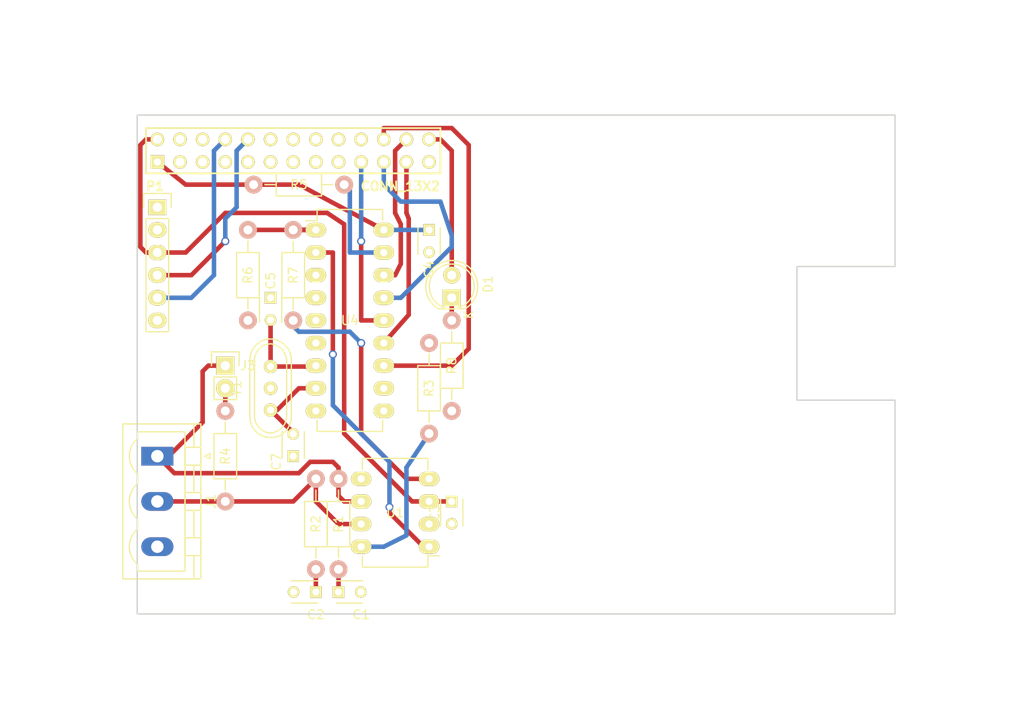
<source format=kicad_pcb>
(kicad_pcb (version 20171130) (host pcbnew "(5.1.12)-1")

  (general
    (thickness 1.6)
    (drawings 41)
    (tracks 120)
    (zones 0)
    (modules 22)
    (nets 48)
  )

  (page A3)
  (title_block
    (date "15 nov 2012")
  )

  (layers
    (0 F.Cu signal)
    (31 B.Cu signal)
    (32 B.Adhes user)
    (33 F.Adhes user)
    (34 B.Paste user)
    (35 F.Paste user)
    (36 B.SilkS user)
    (37 F.SilkS user)
    (38 B.Mask user)
    (39 F.Mask user)
    (40 Dwgs.User user)
    (41 Cmts.User user)
    (42 Eco1.User user)
    (43 Eco2.User user)
    (44 Edge.Cuts user)
  )

  (setup
    (last_trace_width 0.2)
    (user_trace_width 0.254)
    (user_trace_width 0.508)
    (user_trace_width 0.762)
    (user_trace_width 1.016)
    (user_trace_width 1.27)
    (trace_clearance 0.2)
    (zone_clearance 0.508)
    (zone_45_only no)
    (trace_min 0.1524)
    (via_size 0.9)
    (via_drill 0.6)
    (via_min_size 0.8)
    (via_min_drill 0.5)
    (uvia_size 0.5)
    (uvia_drill 0.1)
    (uvias_allowed no)
    (uvia_min_size 0)
    (uvia_min_drill 0)
    (edge_width 0.15)
    (segment_width 0.2)
    (pcb_text_width 0.3)
    (pcb_text_size 1 1)
    (mod_edge_width 0.15)
    (mod_text_size 1 1)
    (mod_text_width 0.15)
    (pad_size 1 1)
    (pad_drill 0.6)
    (pad_to_mask_clearance 0)
    (aux_axis_origin 143.5 181)
    (grid_origin 145.76 127.73)
    (visible_elements 7FFEEFFF)
    (pcbplotparams
      (layerselection 0x00030_80000001)
      (usegerberextensions true)
      (usegerberattributes true)
      (usegerberadvancedattributes true)
      (creategerberjobfile true)
      (excludeedgelayer true)
      (linewidth 0.150000)
      (plotframeref false)
      (viasonmask false)
      (mode 1)
      (useauxorigin false)
      (hpglpennumber 1)
      (hpglpenspeed 20)
      (hpglpendiameter 15.000000)
      (psnegative false)
      (psa4output false)
      (plotreference true)
      (plotvalue true)
      (plotinvisibletext false)
      (padsonsilk false)
      (subtractmaskfromsilk false)
      (outputformat 1)
      (mirror false)
      (drillshape 1)
      (scaleselection 1)
      (outputdirectory ""))
  )

  (net 0 "")
  (net 1 +3.3V)
  (net 2 +5V)
  (net 3 GND)
  (net 4 "Net-(C1-Pad1)")
  (net 5 "Net-(C2-Pad1)")
  (net 6 "Net-(C5-Pad2)")
  (net 7 "Net-(C7-Pad2)")
  (net 8 "Net-(D1-Pad1)")
  (net 9 "/GPIO7(CE1)")
  (net 10 /CANL)
  (net 11 /CANH)
  (net 12 /RXD)
  (net 13 /TXD)
  (net 14 "Net-(J2-Pad6)")
  (net 15 "Net-(J3-Pad2)")
  (net 16 "/GPIO0(SDA)")
  (net 17 "Net-(P1-Pad4)")
  (net 18 "/GPIO1(SCL)")
  (net 19 /GPIO4)
  (net 20 "Net-(P1-Pad9)")
  (net 21 /GPIO17)
  (net 22 /GPIO18)
  (net 23 /GPIO21)
  (net 24 "Net-(P1-Pad14)")
  (net 25 /GPIO22)
  (net 26 /GPIO23)
  (net 27 "Net-(P1-Pad17)")
  (net 28 /GPIO24)
  (net 29 "/GPIO10(MOSI)")
  (net 30 "Net-(P1-Pad20)")
  (net 31 "/GPIO9(MISO)")
  (net 32 /GPIO25)
  (net 33 "/GPIO11(SCLK)")
  (net 34 "/GPIO8(CE0)")
  (net 35 "Net-(P1-Pad25)")
  (net 36 "Net-(R3-Pad2)")
  (net 37 "Net-(R5-Pad2)")
  (net 38 "Net-(R6-Pad1)")
  (net 39 "Net-(R7-Pad1)")
  (net 40 "Net-(U1-Pad1)")
  (net 41 "Net-(U1-Pad5)")
  (net 42 "Net-(U4-Pad3)")
  (net 43 "Net-(U4-Pad4)")
  (net 44 "Net-(U4-Pad5)")
  (net 45 "Net-(U4-Pad6)")
  (net 46 "Net-(U4-Pad10)")
  (net 47 "Net-(U4-Pad11)")

  (net_class Default "This is the default net class."
    (clearance 0.2)
    (trace_width 0.2)
    (via_dia 0.9)
    (via_drill 0.6)
    (uvia_dia 0.5)
    (uvia_drill 0.1)
    (add_net +3.3V)
    (add_net +5V)
    (add_net /CANH)
    (add_net /CANL)
    (add_net "/GPIO0(SDA)")
    (add_net "/GPIO1(SCL)")
    (add_net "/GPIO10(MOSI)")
    (add_net "/GPIO11(SCLK)")
    (add_net /GPIO17)
    (add_net /GPIO18)
    (add_net /GPIO21)
    (add_net /GPIO22)
    (add_net /GPIO23)
    (add_net /GPIO24)
    (add_net /GPIO25)
    (add_net /GPIO4)
    (add_net "/GPIO7(CE1)")
    (add_net "/GPIO8(CE0)")
    (add_net "/GPIO9(MISO)")
    (add_net /RXD)
    (add_net /TXD)
    (add_net GND)
    (add_net "Net-(C1-Pad1)")
    (add_net "Net-(C2-Pad1)")
    (add_net "Net-(C5-Pad2)")
    (add_net "Net-(C7-Pad2)")
    (add_net "Net-(D1-Pad1)")
    (add_net "Net-(J2-Pad6)")
    (add_net "Net-(J3-Pad2)")
    (add_net "Net-(P1-Pad14)")
    (add_net "Net-(P1-Pad17)")
    (add_net "Net-(P1-Pad20)")
    (add_net "Net-(P1-Pad25)")
    (add_net "Net-(P1-Pad4)")
    (add_net "Net-(P1-Pad9)")
    (add_net "Net-(R3-Pad2)")
    (add_net "Net-(R5-Pad2)")
    (add_net "Net-(R6-Pad1)")
    (add_net "Net-(R7-Pad1)")
    (add_net "Net-(U1-Pad1)")
    (add_net "Net-(U1-Pad5)")
    (add_net "Net-(U4-Pad10)")
    (add_net "Net-(U4-Pad11)")
    (add_net "Net-(U4-Pad3)")
    (add_net "Net-(U4-Pad4)")
    (add_net "Net-(U4-Pad5)")
    (add_net "Net-(U4-Pad6)")
  )

  (net_class Power ""
    (clearance 0.2)
    (trace_width 0.5)
    (via_dia 1)
    (via_drill 0.7)
    (uvia_dia 0.5)
    (uvia_drill 0.1)
  )

  (module pin_array_13x2 locked (layer F.Cu) (tedit 50A55E7A) (tstamp 50A55DA3)
    (at 161 129)
    (descr "Double rangee de contacts 2 x 12 pins")
    (tags CONN)
    (path /50A55ABA)
    (fp_text reference P1 (at -15.5 4) (layer F.SilkS)
      (effects (font (size 1.016 1.016) (thickness 0.2032)))
    )
    (fp_text value CONN_13X2 (at 12 4) (layer F.SilkS)
      (effects (font (size 1.016 1.016) (thickness 0.2032)))
    )
    (fp_line (start 16.51 2.54) (end 16.51 -2.54) (layer F.SilkS) (width 0.2032))
    (fp_line (start -16.51 -2.54) (end -16.51 2.54) (layer F.SilkS) (width 0.2032))
    (fp_line (start 16.51 -2.54) (end -16.51 -2.54) (layer F.SilkS) (width 0.2032))
    (fp_line (start -16.51 2.54) (end 16.51 2.54) (layer F.SilkS) (width 0.2032))
    (pad 1 thru_hole rect (at -15.24 1.27) (size 1.524 1.524) (drill 0.8128) (layers *.Cu *.Mask F.SilkS)
      (net 1 +3.3V))
    (pad 2 thru_hole circle (at -15.24 -1.27) (size 1.524 1.524) (drill 1.016) (layers *.Cu *.Mask F.SilkS)
      (net 2 +5V))
    (pad 3 thru_hole circle (at -12.7 1.27) (size 1.524 1.524) (drill 1.016) (layers *.Cu *.Mask F.SilkS)
      (net 16 "/GPIO0(SDA)"))
    (pad 4 thru_hole circle (at -12.7 -1.27) (size 1.524 1.524) (drill 1.016) (layers *.Cu *.Mask F.SilkS)
      (net 17 "Net-(P1-Pad4)"))
    (pad 5 thru_hole circle (at -10.16 1.27) (size 1.524 1.524) (drill 1.016) (layers *.Cu *.Mask F.SilkS)
      (net 18 "/GPIO1(SCL)"))
    (pad 6 thru_hole circle (at -10.16 -1.27) (size 1.524 1.524) (drill 1.016) (layers *.Cu *.Mask F.SilkS)
      (net 3 GND))
    (pad 7 thru_hole circle (at -7.62 1.27) (size 1.524 1.524) (drill 1.016) (layers *.Cu *.Mask F.SilkS)
      (net 19 /GPIO4))
    (pad 8 thru_hole circle (at -7.62 -1.27) (size 1.524 1.524) (drill 1.016) (layers *.Cu *.Mask F.SilkS)
      (net 13 /TXD))
    (pad 9 thru_hole circle (at -5.08 1.27) (size 1.524 1.524) (drill 1.016) (layers *.Cu *.Mask F.SilkS)
      (net 20 "Net-(P1-Pad9)"))
    (pad 10 thru_hole circle (at -5.08 -1.27) (size 1.524 1.524) (drill 1.016) (layers *.Cu *.Mask F.SilkS)
      (net 12 /RXD))
    (pad 11 thru_hole circle (at -2.54 1.27) (size 1.524 1.524) (drill 1.016) (layers *.Cu *.Mask F.SilkS)
      (net 21 /GPIO17))
    (pad 12 thru_hole circle (at -2.54 -1.27) (size 1.524 1.524) (drill 1.016) (layers *.Cu *.Mask F.SilkS)
      (net 22 /GPIO18))
    (pad 13 thru_hole circle (at 0 1.27) (size 1.524 1.524) (drill 1.016) (layers *.Cu *.Mask F.SilkS)
      (net 23 /GPIO21))
    (pad 14 thru_hole circle (at 0 -1.27) (size 1.524 1.524) (drill 1.016) (layers *.Cu *.Mask F.SilkS)
      (net 24 "Net-(P1-Pad14)"))
    (pad 15 thru_hole circle (at 2.54 1.27) (size 1.524 1.524) (drill 1.016) (layers *.Cu *.Mask F.SilkS)
      (net 25 /GPIO22))
    (pad 16 thru_hole circle (at 2.54 -1.27) (size 1.524 1.524) (drill 1.016) (layers *.Cu *.Mask F.SilkS)
      (net 26 /GPIO23))
    (pad 17 thru_hole circle (at 5.08 1.27) (size 1.524 1.524) (drill 1.016) (layers *.Cu *.Mask F.SilkS)
      (net 27 "Net-(P1-Pad17)"))
    (pad 18 thru_hole circle (at 5.08 -1.27) (size 1.524 1.524) (drill 1.016) (layers *.Cu *.Mask F.SilkS)
      (net 28 /GPIO24))
    (pad 19 thru_hole circle (at 7.62 1.27) (size 1.524 1.524) (drill 1.016) (layers *.Cu *.Mask F.SilkS)
      (net 29 "/GPIO10(MOSI)"))
    (pad 20 thru_hole circle (at 7.62 -1.27) (size 1.524 1.524) (drill 1.016) (layers *.Cu *.Mask F.SilkS)
      (net 30 "Net-(P1-Pad20)"))
    (pad 21 thru_hole circle (at 10.16 1.27) (size 1.524 1.524) (drill 1.016) (layers *.Cu *.Mask F.SilkS)
      (net 31 "/GPIO9(MISO)"))
    (pad 22 thru_hole circle (at 10.16 -1.27) (size 1.524 1.524) (drill 1.016) (layers *.Cu *.Mask F.SilkS)
      (net 32 /GPIO25))
    (pad 23 thru_hole circle (at 12.7 1.27) (size 1.524 1.524) (drill 1.016) (layers *.Cu *.Mask F.SilkS)
      (net 33 "/GPIO11(SCLK)"))
    (pad 24 thru_hole circle (at 12.7 -1.27) (size 1.524 1.524) (drill 1.016) (layers *.Cu *.Mask F.SilkS)
      (net 34 "/GPIO8(CE0)"))
    (pad 25 thru_hole circle (at 15.24 1.27) (size 1.524 1.524) (drill 1.016) (layers *.Cu *.Mask F.SilkS)
      (net 35 "Net-(P1-Pad25)"))
    (pad 26 thru_hole circle (at 15.24 -1.27) (size 1.524 1.524) (drill 1.016) (layers *.Cu *.Mask F.SilkS)
      (net 9 "/GPIO7(CE1)"))
    (model pin_array/pins_array_13x2.wrl
      (at (xyz 0 0 0))
      (scale (xyz 1 1 1))
      (rotate (xyz 0 0 0))
    )
  )

  (module Capacitors_ThroughHole:C_Disc_D3_P2.5 placed (layer F.Cu) (tedit 58BAC5DD) (tstamp 58BA9F9A)
    (at 166.08 178.53)
    (descr "Capacitor 3mm Disc, Pitch 2.5mm")
    (tags Capacitor)
    (path /58BA204E)
    (fp_text reference C1 (at 2.54 2.54) (layer F.SilkS)
      (effects (font (size 1 1) (thickness 0.15)))
    )
    (fp_text value 560pF (at 1.25 2.5) (layer F.Fab)
      (effects (font (size 1 1) (thickness 0.15)))
    )
    (fp_line (start 2.75 1.25) (end -0.25 1.25) (layer F.SilkS) (width 0.15))
    (fp_line (start -0.25 -1.25) (end 2.75 -1.25) (layer F.SilkS) (width 0.15))
    (fp_line (start -0.9 1.5) (end -0.9 -1.5) (layer F.CrtYd) (width 0.05))
    (fp_line (start 3.4 1.5) (end -0.9 1.5) (layer F.CrtYd) (width 0.05))
    (fp_line (start 3.4 -1.5) (end 3.4 1.5) (layer F.CrtYd) (width 0.05))
    (fp_line (start -0.9 -1.5) (end 3.4 -1.5) (layer F.CrtYd) (width 0.05))
    (pad 1 thru_hole rect (at 0 0) (size 1.3 1.3) (drill 0.8) (layers *.Cu *.Mask F.SilkS)
      (net 4 "Net-(C1-Pad1)"))
    (pad 2 thru_hole circle (at 2.5 0) (size 1.3 1.3) (drill 0.8001) (layers *.Cu *.Mask F.SilkS)
      (net 3 GND))
    (model Capacitors_ThroughHole.3dshapes/C_Disc_D3_P2.5.wrl
      (offset (xyz 1.250000021226883 0 0))
      (scale (xyz 1 1 1))
      (rotate (xyz 0 0 0))
    )
  )

  (module Capacitors_ThroughHole:C_Disc_D3_P2.5 placed (layer F.Cu) (tedit 58BAC5D7) (tstamp 58BA9FA0)
    (at 163.54 178.53 180)
    (descr "Capacitor 3mm Disc, Pitch 2.5mm")
    (tags Capacitor)
    (path /58BA1FBE)
    (fp_text reference C2 (at 0 -2.54 180) (layer F.SilkS)
      (effects (font (size 1 1) (thickness 0.15)))
    )
    (fp_text value 560pF (at 1.25 2.5 180) (layer F.Fab)
      (effects (font (size 1 1) (thickness 0.15)))
    )
    (fp_line (start 2.75 1.25) (end -0.25 1.25) (layer F.SilkS) (width 0.15))
    (fp_line (start -0.25 -1.25) (end 2.75 -1.25) (layer F.SilkS) (width 0.15))
    (fp_line (start -0.9 1.5) (end -0.9 -1.5) (layer F.CrtYd) (width 0.05))
    (fp_line (start 3.4 1.5) (end -0.9 1.5) (layer F.CrtYd) (width 0.05))
    (fp_line (start 3.4 -1.5) (end 3.4 1.5) (layer F.CrtYd) (width 0.05))
    (fp_line (start -0.9 -1.5) (end 3.4 -1.5) (layer F.CrtYd) (width 0.05))
    (pad 1 thru_hole rect (at 0 0 180) (size 1.3 1.3) (drill 0.8) (layers *.Cu *.Mask F.SilkS)
      (net 5 "Net-(C2-Pad1)"))
    (pad 2 thru_hole circle (at 2.5 0 180) (size 1.3 1.3) (drill 0.8001) (layers *.Cu *.Mask F.SilkS)
      (net 3 GND))
    (model Capacitors_ThroughHole.3dshapes/C_Disc_D3_P2.5.wrl
      (offset (xyz 1.250000021226883 0 0))
      (scale (xyz 1 1 1))
      (rotate (xyz 0 0 0))
    )
  )

  (module Capacitors_ThroughHole:C_Disc_D3_P2.5 placed (layer F.Cu) (tedit 58BAC5FD) (tstamp 58BA9FA6)
    (at 178.78 168.37 270)
    (descr "Capacitor 3mm Disc, Pitch 2.5mm")
    (tags Capacitor)
    (path /58BA1693)
    (fp_text reference C3 (at 1.27 1.905 270) (layer F.SilkS)
      (effects (font (size 1 1) (thickness 0.15)))
    )
    (fp_text value 0.1μF (at 1.25 2.5 270) (layer F.Fab)
      (effects (font (size 1 1) (thickness 0.15)))
    )
    (fp_line (start 2.75 1.25) (end -0.25 1.25) (layer F.SilkS) (width 0.15))
    (fp_line (start -0.25 -1.25) (end 2.75 -1.25) (layer F.SilkS) (width 0.15))
    (fp_line (start -0.9 1.5) (end -0.9 -1.5) (layer F.CrtYd) (width 0.05))
    (fp_line (start 3.4 1.5) (end -0.9 1.5) (layer F.CrtYd) (width 0.05))
    (fp_line (start 3.4 -1.5) (end 3.4 1.5) (layer F.CrtYd) (width 0.05))
    (fp_line (start -0.9 -1.5) (end 3.4 -1.5) (layer F.CrtYd) (width 0.05))
    (pad 1 thru_hole rect (at 0 0 270) (size 1.3 1.3) (drill 0.8) (layers *.Cu *.Mask F.SilkS)
      (net 2 +5V))
    (pad 2 thru_hole circle (at 2.5 0 270) (size 1.3 1.3) (drill 0.8001) (layers *.Cu *.Mask F.SilkS)
      (net 3 GND))
    (model Capacitors_ThroughHole.3dshapes/C_Disc_D3_P2.5.wrl
      (offset (xyz 1.250000021226883 0 0))
      (scale (xyz 1 1 1))
      (rotate (xyz 0 0 0))
    )
  )

  (module Capacitors_ThroughHole:C_Disc_D3_P2.5 placed (layer F.Cu) (tedit 58BAC57E) (tstamp 58BA9FAC)
    (at 176.24 137.89 270)
    (descr "Capacitor 3mm Disc, Pitch 2.5mm")
    (tags Capacitor)
    (path /58BA000F)
    (fp_text reference C4 (at 4.445 0 270) (layer F.SilkS)
      (effects (font (size 1 1) (thickness 0.15)))
    )
    (fp_text value 0.1μF (at 1.25 2.5 270) (layer F.Fab)
      (effects (font (size 1 1) (thickness 0.15)))
    )
    (fp_line (start 2.75 1.25) (end -0.25 1.25) (layer F.SilkS) (width 0.15))
    (fp_line (start -0.25 -1.25) (end 2.75 -1.25) (layer F.SilkS) (width 0.15))
    (fp_line (start -0.9 1.5) (end -0.9 -1.5) (layer F.CrtYd) (width 0.05))
    (fp_line (start 3.4 1.5) (end -0.9 1.5) (layer F.CrtYd) (width 0.05))
    (fp_line (start 3.4 -1.5) (end 3.4 1.5) (layer F.CrtYd) (width 0.05))
    (fp_line (start -0.9 -1.5) (end 3.4 -1.5) (layer F.CrtYd) (width 0.05))
    (pad 1 thru_hole rect (at 0 0 270) (size 1.3 1.3) (drill 0.8) (layers *.Cu *.Mask F.SilkS)
      (net 1 +3.3V))
    (pad 2 thru_hole circle (at 2.5 0 270) (size 1.3 1.3) (drill 0.8001) (layers *.Cu *.Mask F.SilkS)
      (net 3 GND))
    (model Capacitors_ThroughHole.3dshapes/C_Disc_D3_P2.5.wrl
      (offset (xyz 1.250000021226883 0 0))
      (scale (xyz 1 1 1))
      (rotate (xyz 0 0 0))
    )
  )

  (module Capacitors_ThroughHole:C_Disc_D3_P2.5 placed (layer F.Cu) (tedit 58BAC5B4) (tstamp 58BA9FB2)
    (at 158.46 145.51 270)
    (descr "Capacitor 3mm Disc, Pitch 2.5mm")
    (tags Capacitor)
    (path /58BA0567)
    (fp_text reference C5 (at -1.905 0 270) (layer F.SilkS)
      (effects (font (size 1 1) (thickness 0.15)))
    )
    (fp_text value 22pF (at 1.25 2.5 270) (layer F.Fab)
      (effects (font (size 1 1) (thickness 0.15)))
    )
    (fp_line (start 2.75 1.25) (end -0.25 1.25) (layer F.SilkS) (width 0.15))
    (fp_line (start -0.25 -1.25) (end 2.75 -1.25) (layer F.SilkS) (width 0.15))
    (fp_line (start -0.9 1.5) (end -0.9 -1.5) (layer F.CrtYd) (width 0.05))
    (fp_line (start 3.4 1.5) (end -0.9 1.5) (layer F.CrtYd) (width 0.05))
    (fp_line (start 3.4 -1.5) (end 3.4 1.5) (layer F.CrtYd) (width 0.05))
    (fp_line (start -0.9 -1.5) (end 3.4 -1.5) (layer F.CrtYd) (width 0.05))
    (pad 1 thru_hole rect (at 0 0 270) (size 1.3 1.3) (drill 0.8) (layers *.Cu *.Mask F.SilkS)
      (net 3 GND))
    (pad 2 thru_hole circle (at 2.5 0 270) (size 1.3 1.3) (drill 0.8001) (layers *.Cu *.Mask F.SilkS)
      (net 6 "Net-(C5-Pad2)"))
    (model Capacitors_ThroughHole.3dshapes/C_Disc_D3_P2.5.wrl
      (offset (xyz 1.250000021226883 0 0))
      (scale (xyz 1 1 1))
      (rotate (xyz 0 0 0))
    )
  )

  (module Capacitors_ThroughHole:C_Disc_D3_P2.5 placed (layer F.Cu) (tedit 58BAC5C9) (tstamp 58BA9FB8)
    (at 161 163.29 90)
    (descr "Capacitor 3mm Disc, Pitch 2.5mm")
    (tags Capacitor)
    (path /58BA05DB)
    (fp_text reference C7 (at -0.635 -1.905 90) (layer F.SilkS)
      (effects (font (size 1 1) (thickness 0.15)))
    )
    (fp_text value 22pF (at 1.25 2.5 90) (layer F.Fab)
      (effects (font (size 1 1) (thickness 0.15)))
    )
    (fp_line (start 2.75 1.25) (end -0.25 1.25) (layer F.SilkS) (width 0.15))
    (fp_line (start -0.25 -1.25) (end 2.75 -1.25) (layer F.SilkS) (width 0.15))
    (fp_line (start -0.9 1.5) (end -0.9 -1.5) (layer F.CrtYd) (width 0.05))
    (fp_line (start 3.4 1.5) (end -0.9 1.5) (layer F.CrtYd) (width 0.05))
    (fp_line (start 3.4 -1.5) (end 3.4 1.5) (layer F.CrtYd) (width 0.05))
    (fp_line (start -0.9 -1.5) (end 3.4 -1.5) (layer F.CrtYd) (width 0.05))
    (pad 1 thru_hole rect (at 0 0 90) (size 1.3 1.3) (drill 0.8) (layers *.Cu *.Mask F.SilkS)
      (net 3 GND))
    (pad 2 thru_hole circle (at 2.5 0 90) (size 1.3 1.3) (drill 0.8001) (layers *.Cu *.Mask F.SilkS)
      (net 7 "Net-(C7-Pad2)"))
    (model Capacitors_ThroughHole.3dshapes/C_Disc_D3_P2.5.wrl
      (offset (xyz 1.250000021226883 0 0))
      (scale (xyz 1 1 1))
      (rotate (xyz 0 0 0))
    )
  )

  (module LEDs:LED-5MM placed (layer F.Cu) (tedit 5570F7EA) (tstamp 58BA9FBE)
    (at 178.78 145.51 90)
    (descr "LED 5mm round vertical")
    (tags "LED 5mm round vertical")
    (path /58B9E10F)
    (fp_text reference D1 (at 1.524 4.064 90) (layer F.SilkS)
      (effects (font (size 1 1) (thickness 0.15)))
    )
    (fp_text value LED (at 1.524 -3.937 90) (layer F.Fab)
      (effects (font (size 1 1) (thickness 0.15)))
    )
    (fp_circle (center 1.27 0) (end 0.97 -2.5) (layer F.SilkS) (width 0.15))
    (fp_line (start -1.23 1.5) (end -1.23 -1.5) (layer F.SilkS) (width 0.15))
    (fp_line (start -1.5 -1.55) (end -1.5 1.55) (layer F.CrtYd) (width 0.05))
    (fp_arc (start 1.3 0) (end -1.5 1.55) (angle -302) (layer F.CrtYd) (width 0.05))
    (fp_arc (start 1.27 0) (end -1.23 -1.5) (angle 297.5) (layer F.SilkS) (width 0.15))
    (fp_text user K (at -1.905 1.905 90) (layer F.SilkS)
      (effects (font (size 1 1) (thickness 0.15)))
    )
    (pad 1 thru_hole rect (at 0 0 180) (size 2 1.9) (drill 1.00076) (layers *.Cu *.Mask F.SilkS)
      (net 8 "Net-(D1-Pad1)"))
    (pad 2 thru_hole circle (at 2.54 0 90) (size 1.9 1.9) (drill 1.00076) (layers *.Cu *.Mask F.SilkS)
      (net 9 "/GPIO7(CE1)"))
    (model LEDs.3dshapes/LED-5MM.wrl
      (offset (xyz 1.269999980926514 0 0))
      (scale (xyz 1 1 1))
      (rotate (xyz 0 0 90))
    )
  )

  (module Connectors_Phoenix:PhoenixContact_MSTBVA-G_03x5.08mm_Vertical placed (layer F.Cu) (tedit 5797DB0C) (tstamp 58BA9FC5)
    (at 145.76 163.29 270)
    (descr "Generic Phoenix Contact connector footprint for series: MSTBVA-G; number of pins: 03; pin pitch: 5.08mm; Vertical || order number: 1924318 16A (HC) || order number: 1755749 12A")
    (tags "phoenix_contact connector MSTBVA_01x03_G_5.08mm")
    (path /58BA2E44)
    (fp_text reference J1 (at 5.08 -6 270) (layer F.SilkS)
      (effects (font (size 1 1) (thickness 0.15)))
    )
    (fp_text value CANBUS (at 5.08 5.3 270) (layer F.Fab)
      (effects (font (size 1 1) (thickness 0.15)))
    )
    (fp_line (start -0.3 -5.9) (end 0 -5.3) (layer F.SilkS) (width 0.15))
    (fp_line (start 0.3 -5.9) (end -0.3 -5.9) (layer F.SilkS) (width 0.15))
    (fp_line (start 0 -5.3) (end 0.3 -5.9) (layer F.SilkS) (width 0.15))
    (fp_line (start 14.2 -5.3) (end -4.05 -5.3) (layer F.CrtYd) (width 0.05))
    (fp_line (start 14.2 4.3) (end 14.2 -5.3) (layer F.CrtYd) (width 0.05))
    (fp_line (start -4.05 4.3) (end 14.2 4.3) (layer F.CrtYd) (width 0.05))
    (fp_line (start -4.05 -5.3) (end -4.05 4.3) (layer F.CrtYd) (width 0.05))
    (fp_line (start 12.9 2.2) (end 12.16 2.2) (layer F.SilkS) (width 0.15))
    (fp_line (start 12.9 -3.1) (end 12.9 2.2) (layer F.SilkS) (width 0.15))
    (fp_line (start -2.74 -3.1) (end 12.9 -3.1) (layer F.SilkS) (width 0.15))
    (fp_line (start -2.74 2.2) (end -2.74 -3.1) (layer F.SilkS) (width 0.15))
    (fp_line (start -2 2.2) (end -2.74 2.2) (layer F.SilkS) (width 0.15))
    (fp_line (start 7.08 2.2) (end 8.16 2.2) (layer F.SilkS) (width 0.15))
    (fp_line (start 2 2.2) (end 3.08 2.2) (layer F.SilkS) (width 0.15))
    (fp_line (start 11.16 -3.1) (end 9.16 -3.1) (layer F.SilkS) (width 0.15))
    (fp_line (start 11.16 -4.88) (end 11.16 -3.1) (layer F.SilkS) (width 0.15))
    (fp_line (start 9.16 -4.88) (end 11.16 -4.88) (layer F.SilkS) (width 0.15))
    (fp_line (start 9.16 -3.1) (end 9.16 -4.88) (layer F.SilkS) (width 0.15))
    (fp_line (start 6.08 -3.1) (end 4.08 -3.1) (layer F.SilkS) (width 0.15))
    (fp_line (start 6.08 -4.88) (end 6.08 -3.1) (layer F.SilkS) (width 0.15))
    (fp_line (start 4.08 -4.88) (end 6.08 -4.88) (layer F.SilkS) (width 0.15))
    (fp_line (start 4.08 -3.1) (end 4.08 -4.88) (layer F.SilkS) (width 0.15))
    (fp_line (start 1 -3.1) (end -1 -3.1) (layer F.SilkS) (width 0.15))
    (fp_line (start 1 -4.88) (end 1 -3.1) (layer F.SilkS) (width 0.15))
    (fp_line (start -1 -4.88) (end 1 -4.88) (layer F.SilkS) (width 0.15))
    (fp_line (start -1 -3.1) (end -1 -4.88) (layer F.SilkS) (width 0.15))
    (fp_line (start 6.08 -4.1) (end 9.16 -4.1) (layer F.SilkS) (width 0.15))
    (fp_line (start 1 -4.1) (end 4.08 -4.1) (layer F.SilkS) (width 0.15))
    (fp_line (start 13.78 -4.1) (end 11.24 -4.1) (layer F.SilkS) (width 0.15))
    (fp_line (start -3.62 -4.1) (end -1.08 -4.1) (layer F.SilkS) (width 0.15))
    (fp_line (start 13.78 -4.88) (end -3.62 -4.88) (layer F.SilkS) (width 0.15))
    (fp_line (start 13.78 3.88) (end 13.78 -4.88) (layer F.SilkS) (width 0.15))
    (fp_line (start -3.62 3.88) (end 13.78 3.88) (layer F.SilkS) (width 0.15))
    (fp_line (start -3.62 -4.88) (end -3.62 3.88) (layer F.SilkS) (width 0.15))
    (fp_arc (start 0 0.55) (end -2 2.2) (angle -100.5) (layer F.SilkS) (width 0.15))
    (fp_arc (start 5.08 0.55) (end 3.08 2.2) (angle -100.5) (layer F.SilkS) (width 0.15))
    (fp_arc (start 10.16 0.55) (end 8.16 2.2) (angle -100.5) (layer F.SilkS) (width 0.15))
    (pad 1 thru_hole rect (at 0 0 270) (size 2.1 3.6) (drill 1.4) (layers *.Cu *.Mask)
      (net 10 /CANL))
    (pad 2 thru_hole oval (at 5.08 0 270) (size 2.1 3.6) (drill 1.4) (layers *.Cu *.Mask)
      (net 11 /CANH))
    (pad 3 thru_hole oval (at 10.16 0 270) (size 2.1 3.6) (drill 1.4) (layers *.Cu *.Mask)
      (net 3 GND))
    (model Connectors_Phoenix.3dshapes/PhoenixContact_MSTBVA-G_03x5.08mm_Vertical.wrl
      (at (xyz 0 0 0))
      (scale (xyz 1 1 1))
      (rotate (xyz 0 0 0))
    )
  )

  (module Pin_Headers:Pin_Header_Straight_1x06 placed (layer F.Cu) (tedit 0) (tstamp 58BA9FCF)
    (at 145.76 135.35)
    (descr "Through hole pin header")
    (tags "pin header")
    (path /58B9E2E3)
    (fp_text reference J2 (at 0 -5.1) (layer F.SilkS)
      (effects (font (size 1 1) (thickness 0.15)))
    )
    (fp_text value TTL_SERIAL (at 0 -3.1) (layer F.Fab)
      (effects (font (size 1 1) (thickness 0.15)))
    )
    (fp_line (start -1.55 -1.55) (end 1.55 -1.55) (layer F.SilkS) (width 0.15))
    (fp_line (start -1.55 0) (end -1.55 -1.55) (layer F.SilkS) (width 0.15))
    (fp_line (start 1.27 1.27) (end -1.27 1.27) (layer F.SilkS) (width 0.15))
    (fp_line (start 1.55 -1.55) (end 1.55 0) (layer F.SilkS) (width 0.15))
    (fp_line (start -1.27 13.97) (end -1.27 1.27) (layer F.SilkS) (width 0.15))
    (fp_line (start 1.27 13.97) (end -1.27 13.97) (layer F.SilkS) (width 0.15))
    (fp_line (start 1.27 1.27) (end 1.27 13.97) (layer F.SilkS) (width 0.15))
    (fp_line (start -1.75 14.45) (end 1.75 14.45) (layer F.CrtYd) (width 0.05))
    (fp_line (start -1.75 -1.75) (end 1.75 -1.75) (layer F.CrtYd) (width 0.05))
    (fp_line (start 1.75 -1.75) (end 1.75 14.45) (layer F.CrtYd) (width 0.05))
    (fp_line (start -1.75 -1.75) (end -1.75 14.45) (layer F.CrtYd) (width 0.05))
    (pad 1 thru_hole rect (at 0 0) (size 2.032 1.7272) (drill 1.016) (layers *.Cu *.Mask F.SilkS)
      (net 3 GND))
    (pad 2 thru_hole oval (at 0 2.54) (size 2.032 1.7272) (drill 1.016) (layers *.Cu *.Mask F.SilkS)
      (net 3 GND))
    (pad 3 thru_hole oval (at 0 5.08) (size 2.032 1.7272) (drill 1.016) (layers *.Cu *.Mask F.SilkS)
      (net 2 +5V))
    (pad 4 thru_hole oval (at 0 7.62) (size 2.032 1.7272) (drill 1.016) (layers *.Cu *.Mask F.SilkS)
      (net 12 /RXD))
    (pad 5 thru_hole oval (at 0 10.16) (size 2.032 1.7272) (drill 1.016) (layers *.Cu *.Mask F.SilkS)
      (net 13 /TXD))
    (pad 6 thru_hole oval (at 0 12.7) (size 2.032 1.7272) (drill 1.016) (layers *.Cu *.Mask F.SilkS)
      (net 14 "Net-(J2-Pad6)"))
    (model Pin_Headers.3dshapes/Pin_Header_Straight_1x06.wrl
      (offset (xyz 0 -6.349999904632568 0))
      (scale (xyz 1 1 1))
      (rotate (xyz 0 0 90))
    )
  )

  (module Pin_Headers:Pin_Header_Straight_1x02 placed (layer F.Cu) (tedit 58BAC5BD) (tstamp 58BA9FD5)
    (at 153.38 153.13)
    (descr "Through hole pin header")
    (tags "pin header")
    (path /58BA2B1E)
    (fp_text reference J3 (at 2.54 0) (layer F.SilkS)
      (effects (font (size 1 1) (thickness 0.15)))
    )
    (fp_text value TERMINATE (at 0 -3.1) (layer F.Fab)
      (effects (font (size 1 1) (thickness 0.15)))
    )
    (fp_line (start -1.27 3.81) (end 1.27 3.81) (layer F.SilkS) (width 0.15))
    (fp_line (start -1.27 1.27) (end -1.27 3.81) (layer F.SilkS) (width 0.15))
    (fp_line (start -1.55 -1.55) (end 1.55 -1.55) (layer F.SilkS) (width 0.15))
    (fp_line (start -1.55 0) (end -1.55 -1.55) (layer F.SilkS) (width 0.15))
    (fp_line (start 1.27 1.27) (end -1.27 1.27) (layer F.SilkS) (width 0.15))
    (fp_line (start -1.75 4.3) (end 1.75 4.3) (layer F.CrtYd) (width 0.05))
    (fp_line (start -1.75 -1.75) (end 1.75 -1.75) (layer F.CrtYd) (width 0.05))
    (fp_line (start 1.75 -1.75) (end 1.75 4.3) (layer F.CrtYd) (width 0.05))
    (fp_line (start -1.75 -1.75) (end -1.75 4.3) (layer F.CrtYd) (width 0.05))
    (fp_line (start 1.55 -1.55) (end 1.55 0) (layer F.SilkS) (width 0.15))
    (fp_line (start 1.27 1.27) (end 1.27 3.81) (layer F.SilkS) (width 0.15))
    (pad 1 thru_hole rect (at 0 0) (size 2.032 2.032) (drill 1.016) (layers *.Cu *.Mask F.SilkS)
      (net 10 /CANL))
    (pad 2 thru_hole oval (at 0 2.54) (size 2.032 2.032) (drill 1.016) (layers *.Cu *.Mask F.SilkS)
      (net 15 "Net-(J3-Pad2)"))
    (model Pin_Headers.3dshapes/Pin_Header_Straight_1x02.wrl
      (offset (xyz 0 -1.269999980926514 0))
      (scale (xyz 1 1 1))
      (rotate (xyz 0 0 90))
    )
  )

  (module Resistors_ThroughHole:Resistor_Horizontal_RM10mm placed (layer F.Cu) (tedit 58BAC384) (tstamp 58BA9FDB)
    (at 166.08 165.83 270)
    (descr "Resistor, Axial,  RM 10mm, 1/3W")
    (tags "Resistor Axial RM 10mm 1/3W")
    (path /58BA1E7C)
    (fp_text reference R1 (at 5.08 0 270) (layer F.SilkS)
      (effects (font (size 1 1) (thickness 0.15)))
    )
    (fp_text value 100Ω (at 5.08 3.81 270) (layer F.Fab)
      (effects (font (size 1 1) (thickness 0.15)))
    )
    (fp_line (start 7.62 0) (end 8.89 0) (layer F.SilkS) (width 0.15))
    (fp_line (start 2.54 0) (end 1.27 0) (layer F.SilkS) (width 0.15))
    (fp_line (start 2.54 1.27) (end 2.54 -1.27) (layer F.SilkS) (width 0.15))
    (fp_line (start 7.62 1.27) (end 2.54 1.27) (layer F.SilkS) (width 0.15))
    (fp_line (start 7.62 -1.27) (end 7.62 1.27) (layer F.SilkS) (width 0.15))
    (fp_line (start 2.54 -1.27) (end 7.62 -1.27) (layer F.SilkS) (width 0.15))
    (fp_line (start -1.25 1.5) (end 11.4 1.5) (layer F.CrtYd) (width 0.05))
    (fp_line (start 11.4 -1.5) (end 11.4 1.5) (layer F.CrtYd) (width 0.05))
    (fp_line (start -1.25 1.5) (end -1.25 -1.5) (layer F.CrtYd) (width 0.05))
    (fp_line (start -1.25 -1.5) (end 11.4 -1.5) (layer F.CrtYd) (width 0.05))
    (pad 1 thru_hole circle (at 0 0 270) (size 1.99898 1.99898) (drill 1.00076) (layers *.Cu *.SilkS *.Mask)
      (net 10 /CANL))
    (pad 2 thru_hole circle (at 10.16 0 270) (size 1.99898 1.99898) (drill 1.00076) (layers *.Cu *.SilkS *.Mask)
      (net 4 "Net-(C1-Pad1)"))
    (model Resistors_ThroughHole.3dshapes/Resistor_Horizontal_RM10mm.wrl
      (offset (xyz 5.079999923706055 0 0))
      (scale (xyz 0.4 0.4 0.4))
      (rotate (xyz 0 0 0))
    )
  )

  (module Resistors_ThroughHole:Resistor_Horizontal_RM10mm placed (layer F.Cu) (tedit 58BAC38E) (tstamp 58BA9FE1)
    (at 163.54 165.83 270)
    (descr "Resistor, Axial,  RM 10mm, 1/3W")
    (tags "Resistor Axial RM 10mm 1/3W")
    (path /58BA1F70)
    (fp_text reference R2 (at 5.08 0 270) (layer F.SilkS)
      (effects (font (size 1 1) (thickness 0.15)))
    )
    (fp_text value 100Ω (at 5.08 3.81 270) (layer F.Fab)
      (effects (font (size 1 1) (thickness 0.15)))
    )
    (fp_line (start 7.62 0) (end 8.89 0) (layer F.SilkS) (width 0.15))
    (fp_line (start 2.54 0) (end 1.27 0) (layer F.SilkS) (width 0.15))
    (fp_line (start 2.54 1.27) (end 2.54 -1.27) (layer F.SilkS) (width 0.15))
    (fp_line (start 7.62 1.27) (end 2.54 1.27) (layer F.SilkS) (width 0.15))
    (fp_line (start 7.62 -1.27) (end 7.62 1.27) (layer F.SilkS) (width 0.15))
    (fp_line (start 2.54 -1.27) (end 7.62 -1.27) (layer F.SilkS) (width 0.15))
    (fp_line (start -1.25 1.5) (end 11.4 1.5) (layer F.CrtYd) (width 0.05))
    (fp_line (start 11.4 -1.5) (end 11.4 1.5) (layer F.CrtYd) (width 0.05))
    (fp_line (start -1.25 1.5) (end -1.25 -1.5) (layer F.CrtYd) (width 0.05))
    (fp_line (start -1.25 -1.5) (end 11.4 -1.5) (layer F.CrtYd) (width 0.05))
    (pad 1 thru_hole circle (at 0 0 270) (size 1.99898 1.99898) (drill 1.00076) (layers *.Cu *.SilkS *.Mask)
      (net 11 /CANH))
    (pad 2 thru_hole circle (at 10.16 0 270) (size 1.99898 1.99898) (drill 1.00076) (layers *.Cu *.SilkS *.Mask)
      (net 5 "Net-(C2-Pad1)"))
    (model Resistors_ThroughHole.3dshapes/Resistor_Horizontal_RM10mm.wrl
      (offset (xyz 5.079999923706055 0 0))
      (scale (xyz 0.4 0.4 0.4))
      (rotate (xyz 0 0 0))
    )
  )

  (module Resistors_ThroughHole:Resistor_Horizontal_RM10mm placed (layer F.Cu) (tedit 58BAC393) (tstamp 58BA9FE7)
    (at 176.24 150.59 270)
    (descr "Resistor, Axial,  RM 10mm, 1/3W")
    (tags "Resistor Axial RM 10mm 1/3W")
    (path /58BA1CB2)
    (fp_text reference R3 (at 5.08 0 270) (layer F.SilkS)
      (effects (font (size 1 1) (thickness 0.15)))
    )
    (fp_text value 4K7Ω (at 5.08 3.81 270) (layer F.Fab)
      (effects (font (size 1 1) (thickness 0.15)))
    )
    (fp_line (start 7.62 0) (end 8.89 0) (layer F.SilkS) (width 0.15))
    (fp_line (start 2.54 0) (end 1.27 0) (layer F.SilkS) (width 0.15))
    (fp_line (start 2.54 1.27) (end 2.54 -1.27) (layer F.SilkS) (width 0.15))
    (fp_line (start 7.62 1.27) (end 2.54 1.27) (layer F.SilkS) (width 0.15))
    (fp_line (start 7.62 -1.27) (end 7.62 1.27) (layer F.SilkS) (width 0.15))
    (fp_line (start 2.54 -1.27) (end 7.62 -1.27) (layer F.SilkS) (width 0.15))
    (fp_line (start -1.25 1.5) (end 11.4 1.5) (layer F.CrtYd) (width 0.05))
    (fp_line (start 11.4 -1.5) (end 11.4 1.5) (layer F.CrtYd) (width 0.05))
    (fp_line (start -1.25 1.5) (end -1.25 -1.5) (layer F.CrtYd) (width 0.05))
    (fp_line (start -1.25 -1.5) (end 11.4 -1.5) (layer F.CrtYd) (width 0.05))
    (pad 1 thru_hole circle (at 0 0 270) (size 1.99898 1.99898) (drill 1.00076) (layers *.Cu *.SilkS *.Mask)
      (net 3 GND))
    (pad 2 thru_hole circle (at 10.16 0 270) (size 1.99898 1.99898) (drill 1.00076) (layers *.Cu *.SilkS *.Mask)
      (net 36 "Net-(R3-Pad2)"))
    (model Resistors_ThroughHole.3dshapes/Resistor_Horizontal_RM10mm.wrl
      (offset (xyz 5.079999923706055 0 0))
      (scale (xyz 0.4 0.4 0.4))
      (rotate (xyz 0 0 0))
    )
  )

  (module Resistors_ThroughHole:Resistor_Horizontal_RM10mm placed (layer F.Cu) (tedit 58BAC5C2) (tstamp 58BA9FED)
    (at 153.38 168.37 90)
    (descr "Resistor, Axial,  RM 10mm, 1/3W")
    (tags "Resistor Axial RM 10mm 1/3W")
    (path /58BA226F)
    (fp_text reference R4 (at 5.08 0 90) (layer F.SilkS)
      (effects (font (size 1 1) (thickness 0.15)))
    )
    (fp_text value 120Ω (at 5.08 3.81 90) (layer F.Fab)
      (effects (font (size 1 1) (thickness 0.15)))
    )
    (fp_line (start 7.62 0) (end 8.89 0) (layer F.SilkS) (width 0.15))
    (fp_line (start 2.54 0) (end 1.27 0) (layer F.SilkS) (width 0.15))
    (fp_line (start 2.54 1.27) (end 2.54 -1.27) (layer F.SilkS) (width 0.15))
    (fp_line (start 7.62 1.27) (end 2.54 1.27) (layer F.SilkS) (width 0.15))
    (fp_line (start 7.62 -1.27) (end 7.62 1.27) (layer F.SilkS) (width 0.15))
    (fp_line (start 2.54 -1.27) (end 7.62 -1.27) (layer F.SilkS) (width 0.15))
    (fp_line (start -1.25 1.5) (end 11.4 1.5) (layer F.CrtYd) (width 0.05))
    (fp_line (start 11.4 -1.5) (end 11.4 1.5) (layer F.CrtYd) (width 0.05))
    (fp_line (start -1.25 1.5) (end -1.25 -1.5) (layer F.CrtYd) (width 0.05))
    (fp_line (start -1.25 -1.5) (end 11.4 -1.5) (layer F.CrtYd) (width 0.05))
    (pad 1 thru_hole circle (at 0 0 90) (size 1.99898 1.99898) (drill 1.00076) (layers *.Cu *.SilkS *.Mask)
      (net 11 /CANH))
    (pad 2 thru_hole circle (at 10.16 0 90) (size 1.99898 1.99898) (drill 1.00076) (layers *.Cu *.SilkS *.Mask)
      (net 15 "Net-(J3-Pad2)"))
    (model Resistors_ThroughHole.3dshapes/Resistor_Horizontal_RM10mm.wrl
      (offset (xyz 5.079999923706055 0 0))
      (scale (xyz 0.4 0.4 0.4))
      (rotate (xyz 0 0 0))
    )
  )

  (module Resistors_ThroughHole:Resistor_Horizontal_RM10mm placed (layer F.Cu) (tedit 58BAC58D) (tstamp 58BA9FF3)
    (at 156.555 132.81)
    (descr "Resistor, Axial,  RM 10mm, 1/3W")
    (tags "Resistor Axial RM 10mm 1/3W")
    (path /58B9F9D1)
    (fp_text reference R5 (at 5.08 0) (layer F.SilkS)
      (effects (font (size 1 1) (thickness 0.15)))
    )
    (fp_text value 4K7Ω (at 5.08 3.81) (layer F.Fab)
      (effects (font (size 1 1) (thickness 0.15)))
    )
    (fp_line (start 7.62 0) (end 8.89 0) (layer F.SilkS) (width 0.15))
    (fp_line (start 2.54 0) (end 1.27 0) (layer F.SilkS) (width 0.15))
    (fp_line (start 2.54 1.27) (end 2.54 -1.27) (layer F.SilkS) (width 0.15))
    (fp_line (start 7.62 1.27) (end 2.54 1.27) (layer F.SilkS) (width 0.15))
    (fp_line (start 7.62 -1.27) (end 7.62 1.27) (layer F.SilkS) (width 0.15))
    (fp_line (start 2.54 -1.27) (end 7.62 -1.27) (layer F.SilkS) (width 0.15))
    (fp_line (start -1.25 1.5) (end 11.4 1.5) (layer F.CrtYd) (width 0.05))
    (fp_line (start 11.4 -1.5) (end 11.4 1.5) (layer F.CrtYd) (width 0.05))
    (fp_line (start -1.25 1.5) (end -1.25 -1.5) (layer F.CrtYd) (width 0.05))
    (fp_line (start -1.25 -1.5) (end 11.4 -1.5) (layer F.CrtYd) (width 0.05))
    (pad 1 thru_hole circle (at 0 0) (size 1.99898 1.99898) (drill 1.00076) (layers *.Cu *.SilkS *.Mask)
      (net 1 +3.3V))
    (pad 2 thru_hole circle (at 10.16 0) (size 1.99898 1.99898) (drill 1.00076) (layers *.Cu *.SilkS *.Mask)
      (net 37 "Net-(R5-Pad2)"))
    (model Resistors_ThroughHole.3dshapes/Resistor_Horizontal_RM10mm.wrl
      (offset (xyz 5.079999923706055 0 0))
      (scale (xyz 0.4 0.4 0.4))
      (rotate (xyz 0 0 0))
    )
  )

  (module Resistors_ThroughHole:Resistor_Horizontal_RM10mm placed (layer F.Cu) (tedit 58BAC5AE) (tstamp 58BA9FF9)
    (at 155.92 137.89 270)
    (descr "Resistor, Axial,  RM 10mm, 1/3W")
    (tags "Resistor Axial RM 10mm 1/3W")
    (path /58B9F818)
    (fp_text reference R6 (at 5.08 0 270) (layer F.SilkS)
      (effects (font (size 1 1) (thickness 0.15)))
    )
    (fp_text value 18KΩ (at 5.08 3.81 270) (layer F.Fab)
      (effects (font (size 1 1) (thickness 0.15)))
    )
    (fp_line (start 7.62 0) (end 8.89 0) (layer F.SilkS) (width 0.15))
    (fp_line (start 2.54 0) (end 1.27 0) (layer F.SilkS) (width 0.15))
    (fp_line (start 2.54 1.27) (end 2.54 -1.27) (layer F.SilkS) (width 0.15))
    (fp_line (start 7.62 1.27) (end 2.54 1.27) (layer F.SilkS) (width 0.15))
    (fp_line (start 7.62 -1.27) (end 7.62 1.27) (layer F.SilkS) (width 0.15))
    (fp_line (start 2.54 -1.27) (end 7.62 -1.27) (layer F.SilkS) (width 0.15))
    (fp_line (start -1.25 1.5) (end 11.4 1.5) (layer F.CrtYd) (width 0.05))
    (fp_line (start 11.4 -1.5) (end 11.4 1.5) (layer F.CrtYd) (width 0.05))
    (fp_line (start -1.25 1.5) (end -1.25 -1.5) (layer F.CrtYd) (width 0.05))
    (fp_line (start -1.25 -1.5) (end 11.4 -1.5) (layer F.CrtYd) (width 0.05))
    (pad 1 thru_hole circle (at 0 0 270) (size 1.99898 1.99898) (drill 1.00076) (layers *.Cu *.SilkS *.Mask)
      (net 38 "Net-(R6-Pad1)"))
    (pad 2 thru_hole circle (at 10.16 0 270) (size 1.99898 1.99898) (drill 1.00076) (layers *.Cu *.SilkS *.Mask)
      (net 3 GND))
    (model Resistors_ThroughHole.3dshapes/Resistor_Horizontal_RM10mm.wrl
      (offset (xyz 5.079999923706055 0 0))
      (scale (xyz 0.4 0.4 0.4))
      (rotate (xyz 0 0 0))
    )
  )

  (module Resistors_ThroughHole:Resistor_Horizontal_RM10mm placed (layer F.Cu) (tedit 58BAC5A9) (tstamp 58BA9FFF)
    (at 161 148.05 90)
    (descr "Resistor, Axial,  RM 10mm, 1/3W")
    (tags "Resistor Axial RM 10mm 1/3W")
    (path /58B9F632)
    (fp_text reference R7 (at 5.08 0 90) (layer F.SilkS)
      (effects (font (size 1 1) (thickness 0.15)))
    )
    (fp_text value 10KΩ (at 5.08 3.81 90) (layer F.Fab)
      (effects (font (size 1 1) (thickness 0.15)))
    )
    (fp_line (start 7.62 0) (end 8.89 0) (layer F.SilkS) (width 0.15))
    (fp_line (start 2.54 0) (end 1.27 0) (layer F.SilkS) (width 0.15))
    (fp_line (start 2.54 1.27) (end 2.54 -1.27) (layer F.SilkS) (width 0.15))
    (fp_line (start 7.62 1.27) (end 2.54 1.27) (layer F.SilkS) (width 0.15))
    (fp_line (start 7.62 -1.27) (end 7.62 1.27) (layer F.SilkS) (width 0.15))
    (fp_line (start 2.54 -1.27) (end 7.62 -1.27) (layer F.SilkS) (width 0.15))
    (fp_line (start -1.25 1.5) (end 11.4 1.5) (layer F.CrtYd) (width 0.05))
    (fp_line (start 11.4 -1.5) (end 11.4 1.5) (layer F.CrtYd) (width 0.05))
    (fp_line (start -1.25 1.5) (end -1.25 -1.5) (layer F.CrtYd) (width 0.05))
    (fp_line (start -1.25 -1.5) (end 11.4 -1.5) (layer F.CrtYd) (width 0.05))
    (pad 1 thru_hole circle (at 0 0 90) (size 1.99898 1.99898) (drill 1.00076) (layers *.Cu *.SilkS *.Mask)
      (net 39 "Net-(R7-Pad1)"))
    (pad 2 thru_hole circle (at 10.16 0 90) (size 1.99898 1.99898) (drill 1.00076) (layers *.Cu *.SilkS *.Mask)
      (net 38 "Net-(R6-Pad1)"))
    (model Resistors_ThroughHole.3dshapes/Resistor_Horizontal_RM10mm.wrl
      (offset (xyz 5.079999923706055 0 0))
      (scale (xyz 0.4 0.4 0.4))
      (rotate (xyz 0 0 0))
    )
  )

  (module Resistors_ThroughHole:Resistor_Horizontal_RM10mm placed (layer F.Cu) (tedit 58BAC5EE) (tstamp 58BAA005)
    (at 178.78 158.21 90)
    (descr "Resistor, Axial,  RM 10mm, 1/3W")
    (tags "Resistor Axial RM 10mm 1/3W")
    (path /58B9E195)
    (fp_text reference R8 (at 5.08 0 90) (layer F.SilkS)
      (effects (font (size 1 1) (thickness 0.15)))
    )
    (fp_text value 1KΩ (at 5.08 3.81 90) (layer F.Fab)
      (effects (font (size 1 1) (thickness 0.15)))
    )
    (fp_line (start 7.62 0) (end 8.89 0) (layer F.SilkS) (width 0.15))
    (fp_line (start 2.54 0) (end 1.27 0) (layer F.SilkS) (width 0.15))
    (fp_line (start 2.54 1.27) (end 2.54 -1.27) (layer F.SilkS) (width 0.15))
    (fp_line (start 7.62 1.27) (end 2.54 1.27) (layer F.SilkS) (width 0.15))
    (fp_line (start 7.62 -1.27) (end 7.62 1.27) (layer F.SilkS) (width 0.15))
    (fp_line (start 2.54 -1.27) (end 7.62 -1.27) (layer F.SilkS) (width 0.15))
    (fp_line (start -1.25 1.5) (end 11.4 1.5) (layer F.CrtYd) (width 0.05))
    (fp_line (start 11.4 -1.5) (end 11.4 1.5) (layer F.CrtYd) (width 0.05))
    (fp_line (start -1.25 1.5) (end -1.25 -1.5) (layer F.CrtYd) (width 0.05))
    (fp_line (start -1.25 -1.5) (end 11.4 -1.5) (layer F.CrtYd) (width 0.05))
    (pad 1 thru_hole circle (at 0 0 90) (size 1.99898 1.99898) (drill 1.00076) (layers *.Cu *.SilkS *.Mask)
      (net 3 GND))
    (pad 2 thru_hole circle (at 10.16 0 90) (size 1.99898 1.99898) (drill 1.00076) (layers *.Cu *.SilkS *.Mask)
      (net 8 "Net-(D1-Pad1)"))
    (model Resistors_ThroughHole.3dshapes/Resistor_Horizontal_RM10mm.wrl
      (offset (xyz 5.079999923706055 0 0))
      (scale (xyz 0.4 0.4 0.4))
      (rotate (xyz 0 0 0))
    )
  )

  (module Housings_DIP:DIP-8_W7.62mm_LongPads placed (layer F.Cu) (tedit 58BAC5E3) (tstamp 58BAA02D)
    (at 176.24 173.45 180)
    (descr "8-lead dip package, row spacing 7.62 mm (300 mils), longer pads")
    (tags "dil dip 2.54 300")
    (path /58B8BB6A)
    (fp_text reference U1 (at 3.81 3.81 180) (layer F.SilkS)
      (effects (font (size 1 1) (thickness 0.15)))
    )
    (fp_text value MCP2551-I/P (at 0 -3.72 180) (layer F.Fab)
      (effects (font (size 1 1) (thickness 0.15)))
    )
    (fp_line (start 0.135 -1.025) (end -1.15 -1.025) (layer F.SilkS) (width 0.15))
    (fp_line (start 0.135 9.915) (end 7.485 9.915) (layer F.SilkS) (width 0.15))
    (fp_line (start 0.135 -2.295) (end 7.485 -2.295) (layer F.SilkS) (width 0.15))
    (fp_line (start 0.135 9.915) (end 0.135 8.645) (layer F.SilkS) (width 0.15))
    (fp_line (start 7.485 9.915) (end 7.485 8.645) (layer F.SilkS) (width 0.15))
    (fp_line (start 7.485 -2.295) (end 7.485 -1.025) (layer F.SilkS) (width 0.15))
    (fp_line (start 0.135 -2.295) (end 0.135 -1.025) (layer F.SilkS) (width 0.15))
    (fp_line (start -1.4 10.1) (end 9 10.1) (layer F.CrtYd) (width 0.05))
    (fp_line (start -1.4 -2.45) (end 9 -2.45) (layer F.CrtYd) (width 0.05))
    (fp_line (start 9 -2.45) (end 9 10.1) (layer F.CrtYd) (width 0.05))
    (fp_line (start -1.4 -2.45) (end -1.4 10.1) (layer F.CrtYd) (width 0.05))
    (pad 1 thru_hole oval (at 0 0 180) (size 2.3 1.6) (drill 0.8) (layers *.Cu *.Mask F.SilkS)
      (net 40 "Net-(U1-Pad1)"))
    (pad 2 thru_hole oval (at 0 2.54 180) (size 2.3 1.6) (drill 0.8) (layers *.Cu *.Mask F.SilkS)
      (net 3 GND))
    (pad 3 thru_hole oval (at 0 5.08 180) (size 2.3 1.6) (drill 0.8) (layers *.Cu *.Mask F.SilkS)
      (net 2 +5V))
    (pad 4 thru_hole oval (at 0 7.62 180) (size 2.3 1.6) (drill 0.8) (layers *.Cu *.Mask F.SilkS)
      (net 39 "Net-(R7-Pad1)"))
    (pad 5 thru_hole oval (at 7.62 7.62 180) (size 2.3 1.6) (drill 0.8) (layers *.Cu *.Mask F.SilkS)
      (net 41 "Net-(U1-Pad5)"))
    (pad 6 thru_hole oval (at 7.62 5.08 180) (size 2.3 1.6) (drill 0.8) (layers *.Cu *.Mask F.SilkS)
      (net 10 /CANL))
    (pad 7 thru_hole oval (at 7.62 2.54 180) (size 2.3 1.6) (drill 0.8) (layers *.Cu *.Mask F.SilkS)
      (net 11 /CANH))
    (pad 8 thru_hole oval (at 7.62 0 180) (size 2.3 1.6) (drill 0.8) (layers *.Cu *.Mask F.SilkS)
      (net 36 "Net-(R3-Pad2)"))
    (model Housings_DIP.3dshapes/DIP-8_W7.62mm_LongPads.wrl
      (at (xyz 0 0 0))
      (scale (xyz 1 1 1))
      (rotate (xyz 0 0 0))
    )
  )

  (module Housings_DIP:DIP-18_W7.62mm_LongPads placed (layer F.Cu) (tedit 58BAC59A) (tstamp 58BAA043)
    (at 163.54 137.89)
    (descr "18-lead dip package, row spacing 7.62 mm (300 mils), longer pads")
    (tags "dil dip 2.54 300")
    (path /58B9FCF9)
    (fp_text reference U4 (at 3.81 10.16) (layer F.SilkS)
      (effects (font (size 1 1) (thickness 0.15)))
    )
    (fp_text value MCP2515 (at 0 -3.72) (layer F.Fab)
      (effects (font (size 1 1) (thickness 0.15)))
    )
    (fp_line (start 0.135 -1.025) (end -1.15 -1.025) (layer F.SilkS) (width 0.15))
    (fp_line (start 0.135 22.615) (end 7.485 22.615) (layer F.SilkS) (width 0.15))
    (fp_line (start 0.135 -2.295) (end 7.485 -2.295) (layer F.SilkS) (width 0.15))
    (fp_line (start 0.135 22.615) (end 0.135 21.345) (layer F.SilkS) (width 0.15))
    (fp_line (start 7.485 22.615) (end 7.485 21.345) (layer F.SilkS) (width 0.15))
    (fp_line (start 7.485 -2.295) (end 7.485 -1.025) (layer F.SilkS) (width 0.15))
    (fp_line (start 0.135 -2.295) (end 0.135 -1.025) (layer F.SilkS) (width 0.15))
    (fp_line (start -1.4 22.8) (end 9 22.8) (layer F.CrtYd) (width 0.05))
    (fp_line (start -1.4 -2.45) (end 9 -2.45) (layer F.CrtYd) (width 0.05))
    (fp_line (start 9 -2.45) (end 9 22.8) (layer F.CrtYd) (width 0.05))
    (fp_line (start -1.4 -2.45) (end -1.4 22.8) (layer F.CrtYd) (width 0.05))
    (pad 1 thru_hole oval (at 0 0) (size 2.3 1.6) (drill 0.8) (layers *.Cu *.Mask F.SilkS)
      (net 38 "Net-(R6-Pad1)"))
    (pad 2 thru_hole oval (at 0 2.54) (size 2.3 1.6) (drill 0.8) (layers *.Cu *.Mask F.SilkS)
      (net 40 "Net-(U1-Pad1)"))
    (pad 3 thru_hole oval (at 0 5.08) (size 2.3 1.6) (drill 0.8) (layers *.Cu *.Mask F.SilkS)
      (net 42 "Net-(U4-Pad3)"))
    (pad 4 thru_hole oval (at 0 7.62) (size 2.3 1.6) (drill 0.8) (layers *.Cu *.Mask F.SilkS)
      (net 43 "Net-(U4-Pad4)"))
    (pad 5 thru_hole oval (at 0 10.16) (size 2.3 1.6) (drill 0.8) (layers *.Cu *.Mask F.SilkS)
      (net 44 "Net-(U4-Pad5)"))
    (pad 6 thru_hole oval (at 0 12.7) (size 2.3 1.6) (drill 0.8) (layers *.Cu *.Mask F.SilkS)
      (net 45 "Net-(U4-Pad6)"))
    (pad 7 thru_hole oval (at 0 15.24) (size 2.3 1.6) (drill 0.8) (layers *.Cu *.Mask F.SilkS)
      (net 6 "Net-(C5-Pad2)"))
    (pad 8 thru_hole oval (at 0 17.78) (size 2.3 1.6) (drill 0.8) (layers *.Cu *.Mask F.SilkS)
      (net 7 "Net-(C7-Pad2)"))
    (pad 9 thru_hole oval (at 0 20.32) (size 2.3 1.6) (drill 0.8) (layers *.Cu *.Mask F.SilkS)
      (net 3 GND))
    (pad 10 thru_hole oval (at 7.62 20.32) (size 2.3 1.6) (drill 0.8) (layers *.Cu *.Mask F.SilkS)
      (net 46 "Net-(U4-Pad10)"))
    (pad 11 thru_hole oval (at 7.62 17.78) (size 2.3 1.6) (drill 0.8) (layers *.Cu *.Mask F.SilkS)
      (net 47 "Net-(U4-Pad11)"))
    (pad 12 thru_hole oval (at 7.62 15.24) (size 2.3 1.6) (drill 0.8) (layers *.Cu *.Mask F.SilkS)
      (net 32 /GPIO25))
    (pad 13 thru_hole oval (at 7.62 12.7) (size 2.3 1.6) (drill 0.8) (layers *.Cu *.Mask F.SilkS)
      (net 33 "/GPIO11(SCLK)"))
    (pad 14 thru_hole oval (at 7.62 10.16) (size 2.3 1.6) (drill 0.8) (layers *.Cu *.Mask F.SilkS)
      (net 29 "/GPIO10(MOSI)"))
    (pad 15 thru_hole oval (at 7.62 7.62) (size 2.3 1.6) (drill 0.8) (layers *.Cu *.Mask F.SilkS)
      (net 31 "/GPIO9(MISO)"))
    (pad 16 thru_hole oval (at 7.62 5.08) (size 2.3 1.6) (drill 0.8) (layers *.Cu *.Mask F.SilkS)
      (net 34 "/GPIO8(CE0)"))
    (pad 17 thru_hole oval (at 7.62 2.54) (size 2.3 1.6) (drill 0.8) (layers *.Cu *.Mask F.SilkS)
      (net 37 "Net-(R5-Pad2)"))
    (pad 18 thru_hole oval (at 7.62 0) (size 2.3 1.6) (drill 0.8) (layers *.Cu *.Mask F.SilkS)
      (net 1 +3.3V))
    (model Housings_DIP.3dshapes/DIP-18_W7.62mm_LongPads.wrl
      (at (xyz 0 0 0))
      (scale (xyz 1 1 1))
      (rotate (xyz 0 0 0))
    )
  )

  (module Crystals:Crystal_HC49-U_Vertical_3Pin placed (layer F.Cu) (tedit 0) (tstamp 58BAA04A)
    (at 158.46 155.67 90)
    (descr "Crystal Quarz HC49/U vertical stehend 3 Pin")
    (tags "Crystal Quarz HC49/U vertical stehend 3 Pin")
    (path /58BA01F9)
    (fp_text reference Y1 (at 0 -3.81 90) (layer F.SilkS)
      (effects (font (size 1 1) (thickness 0.15)))
    )
    (fp_text value 16MHz (at 0 3.81 90) (layer F.Fab)
      (effects (font (size 1 1) (thickness 0.15)))
    )
    (fp_line (start -3.2004 -2.32918) (end 3.2512 -2.32918) (layer F.SilkS) (width 0.15))
    (fp_line (start 3.6703 2.29108) (end 4.16052 2.1209) (layer F.SilkS) (width 0.15))
    (fp_line (start 3.2512 2.32918) (end 3.6703 2.29108) (layer F.SilkS) (width 0.15))
    (fp_line (start -3.2004 2.32918) (end 3.2512 2.32918) (layer F.SilkS) (width 0.15))
    (fp_line (start 3.73126 -2.2606) (end 3.2893 -2.32918) (layer F.SilkS) (width 0.15))
    (fp_line (start 4.16052 -2.1209) (end 3.73126 -2.2606) (layer F.SilkS) (width 0.15))
    (fp_line (start 4.54914 -1.88976) (end 4.16052 -2.1209) (layer F.SilkS) (width 0.15))
    (fp_line (start 4.89966 -1.56972) (end 4.54914 -1.88976) (layer F.SilkS) (width 0.15))
    (fp_line (start 5.26034 -1.09982) (end 4.89966 -1.56972) (layer F.SilkS) (width 0.15))
    (fp_line (start 5.45084 -0.65024) (end 5.26034 -1.09982) (layer F.SilkS) (width 0.15))
    (fp_line (start 5.53974 -0.1905) (end 5.45084 -0.65024) (layer F.SilkS) (width 0.15))
    (fp_line (start 5.51942 0.26924) (end 5.53974 -0.1905) (layer F.SilkS) (width 0.15))
    (fp_line (start 5.4102 0.73914) (end 5.51942 0.26924) (layer F.SilkS) (width 0.15))
    (fp_line (start 5.11048 1.29032) (end 5.4102 0.73914) (layer F.SilkS) (width 0.15))
    (fp_line (start 4.85902 1.62052) (end 5.11048 1.29032) (layer F.SilkS) (width 0.15))
    (fp_line (start 4.53898 1.89992) (end 4.85902 1.62052) (layer F.SilkS) (width 0.15))
    (fp_line (start 4.16052 2.1209) (end 4.53898 1.89992) (layer F.SilkS) (width 0.15))
    (fp_line (start -3.6195 2.30886) (end -3.18008 2.33934) (layer F.SilkS) (width 0.15))
    (fp_line (start -4.06908 2.14884) (end -3.6195 2.30886) (layer F.SilkS) (width 0.15))
    (fp_line (start -4.49072 1.94056) (end -4.06908 2.14884) (layer F.SilkS) (width 0.15))
    (fp_line (start -4.95046 1.56972) (end -4.49072 1.94056) (layer F.SilkS) (width 0.15))
    (fp_line (start -5.34924 0.98044) (end -4.95046 1.56972) (layer F.SilkS) (width 0.15))
    (fp_line (start -5.51942 0.2794) (end -5.34924 0.98044) (layer F.SilkS) (width 0.15))
    (fp_line (start -5.51942 -0.23114) (end -5.51942 0.2794) (layer F.SilkS) (width 0.15))
    (fp_line (start -5.38988 -0.83058) (end -5.51942 -0.23114) (layer F.SilkS) (width 0.15))
    (fp_line (start -5.10032 -1.36906) (end -5.38988 -0.83058) (layer F.SilkS) (width 0.15))
    (fp_line (start -4.77012 -1.71958) (end -5.10032 -1.36906) (layer F.SilkS) (width 0.15))
    (fp_line (start -4.48056 -1.95072) (end -4.77012 -1.71958) (layer F.SilkS) (width 0.15))
    (fp_line (start -4.04876 -2.16916) (end -4.48056 -1.95072) (layer F.SilkS) (width 0.15))
    (fp_line (start -3.64998 -2.28092) (end -4.04876 -2.16916) (layer F.SilkS) (width 0.15))
    (fp_line (start -3.19024 -2.32918) (end -3.64998 -2.28092) (layer F.SilkS) (width 0.15))
    (fp_line (start 4.30022 -1.39954) (end 4.8006 -0.89916) (layer F.SilkS) (width 0.15))
    (fp_line (start 3.79984 -1.69926) (end 4.30022 -1.39954) (layer F.SilkS) (width 0.15))
    (fp_line (start 3.40106 -1.80086) (end 3.79984 -1.69926) (layer F.SilkS) (width 0.15))
    (fp_line (start -3.2004 -1.80086) (end 3.40106 -1.80086) (layer F.SilkS) (width 0.15))
    (fp_line (start -3.79984 -1.69926) (end -3.29946 -1.80086) (layer F.SilkS) (width 0.15))
    (fp_line (start -4.30022 -1.39954) (end -3.79984 -1.69926) (layer F.SilkS) (width 0.15))
    (fp_line (start -4.8006 -0.8001) (end -4.30022 -1.39954) (layer F.SilkS) (width 0.15))
    (fp_line (start -5.00126 -0.29972) (end -4.8006 -0.8001) (layer F.SilkS) (width 0.15))
    (fp_line (start -5.00126 0.20066) (end -5.00126 -0.29972) (layer F.SilkS) (width 0.15))
    (fp_line (start -4.8006 0.8001) (end -5.00126 0.20066) (layer F.SilkS) (width 0.15))
    (fp_line (start -4.39928 1.30048) (end -4.8006 0.8001) (layer F.SilkS) (width 0.15))
    (fp_line (start -4.0005 1.6002) (end -4.39928 1.30048) (layer F.SilkS) (width 0.15))
    (fp_line (start -3.29946 1.80086) (end -4.0005 1.6002) (layer F.SilkS) (width 0.15))
    (fp_line (start 3.29946 1.80086) (end -3.29946 1.80086) (layer F.SilkS) (width 0.15))
    (fp_line (start 3.8989 1.6002) (end 3.29946 1.80086) (layer F.SilkS) (width 0.15))
    (fp_line (start 4.50088 1.19888) (end 3.8989 1.6002) (layer F.SilkS) (width 0.15))
    (fp_line (start 4.89966 0.50038) (end 4.50088 1.19888) (layer F.SilkS) (width 0.15))
    (fp_line (start 5.00126 0) (end 4.89966 0.50038) (layer F.SilkS) (width 0.15))
    (fp_line (start 4.89966 -0.59944) (end 5.00126 0) (layer F.SilkS) (width 0.15))
    (fp_line (start 4.699 -1.00076) (end 4.89966 -0.59944) (layer F.SilkS) (width 0.15))
    (pad 1 thru_hole circle (at -2.44094 0 90) (size 1.50114 1.50114) (drill 0.8001) (layers *.Cu *.Mask F.SilkS)
      (net 7 "Net-(C7-Pad2)"))
    (pad 2 thru_hole circle (at 2.44094 0 90) (size 1.50114 1.50114) (drill 0.8001) (layers *.Cu *.Mask F.SilkS)
      (net 6 "Net-(C5-Pad2)"))
    (pad 3 thru_hole circle (at 0 0 90) (size 1.50114 1.50114) (drill 0.8001) (layers *.Cu *.Mask F.SilkS)
      (net 3 GND))
  )

  (gr_line (start 228.5 142) (end 228.5 125) (angle 90) (layer Edge.Cuts) (width 0.15))
  (gr_line (start 217.5 157) (end 217.5 142) (angle 90) (layer Edge.Cuts) (width 0.15))
  (gr_line (start 217.5 142) (end 228.5 142) (angle 90) (layer Edge.Cuts) (width 0.15))
  (gr_line (start 214.5 125) (end 200.5 138) (angle 90) (layer Dwgs.User) (width 0.2))
  (gr_line (start 182.5 139) (end 194.5 139) (angle 90) (layer Dwgs.User) (width 0.2))
  (gr_line (start 182.5 139) (end 194.5 125) (angle 90) (layer Dwgs.User) (width 0.2))
  (gr_line (start 200.5 125) (end 214.5 125) (angle 90) (layer Dwgs.User) (width 0.2))
  (gr_line (start 194.5 138) (end 194.5 125) (angle 90) (layer Dwgs.User) (width 0.2))
  (gr_line (start 214.5 138) (end 200.5 138) (angle 90) (layer Dwgs.User) (width 0.2))
  (gr_line (start 182.5 125) (end 182.5 138) (angle 90) (layer Dwgs.User) (width 0.2))
  (gr_line (start 182.5 125) (end 194.5 139) (angle 90) (layer Dwgs.User) (width 0.2))
  (gr_line (start 200.5 125) (end 214.5 138) (angle 90) (layer Dwgs.User) (width 0.2))
  (gr_line (start 214.5 125) (end 214.5 138) (angle 90) (layer Dwgs.User) (width 0.2))
  (gr_line (start 228.5 142) (end 228.5 157) (angle 90) (layer Dwgs.User) (width 0.2))
  (gr_line (start 194.5 139) (end 194.5 138) (angle 90) (layer Dwgs.User) (width 0.2))
  (gr_line (start 200.5 138) (end 200.5 125) (angle 90) (layer Dwgs.User) (width 0.2))
  (gr_line (start 182.5 138) (end 182.5 139) (angle 90) (layer Dwgs.User) (width 0.2))
  (gr_line (start 217.5 157) (end 217.5 142) (angle 90) (layer Dwgs.User) (width 0.2))
  (gr_line (start 228.5 157) (end 217.5 157) (angle 90) (layer Dwgs.User) (width 0.2))
  (gr_line (start 194.5 125) (end 182.5 125) (angle 90) (layer Dwgs.User) (width 0.2))
  (gr_line (start 228.5 157) (end 217.5 157) (angle 90) (layer Edge.Cuts) (width 0.15))
  (gr_line (start 228.5 181) (end 228.5 157) (angle 90) (layer Edge.Cuts) (width 0.15))
  (gr_line (start 207.5 162) (end 228.5 181) (angle 90) (layer Dwgs.User) (width 0.2))
  (gr_line (start 217.5 142) (end 228.5 142) (angle 90) (layer Dwgs.User) (width 0.2))
  (gr_line (start 228.5 181) (end 207.5 181) (angle 90) (layer Dwgs.User) (width 0.2))
  (gr_line (start 228.5 162) (end 228.5 181) (angle 90) (layer Dwgs.User) (width 0.2))
  (gr_line (start 207.5 162) (end 228.5 162) (angle 90) (layer Dwgs.User) (width 0.2))
  (gr_line (start 217.5 157) (end 228.5 142) (angle 90) (layer Dwgs.User) (width 0.2))
  (gr_line (start 207.5 181) (end 228.5 162) (angle 90) (layer Dwgs.User) (width 0.2))
  (gr_line (start 217.5 142) (end 228.5 157) (angle 90) (layer Dwgs.User) (width 0.2))
  (gr_line (start 207.5 181) (end 207.5 162) (angle 90) (layer Dwgs.User) (width 0.2))
  (gr_text "RASPBERRY-PI ADDON BOARD\nVIEW FROM TOP\nNOTE: P1 SHOULD BE FITTED ON THE REVERSE OF THE BOARD" (at 144.4498 186.8678) (layer Dwgs.User)
    (effects (font (size 2 1.7) (thickness 0.12)) (justify left))
  )
  (dimension 56 (width 0.12) (layer Dwgs.User)
    (gr_text "56.000 mm" (at 132 153 90) (layer Dwgs.User)
      (effects (font (size 1 1) (thickness 0.12)))
    )
    (feature1 (pts (xy 143.5 125) (xy 131 125)))
    (feature2 (pts (xy 143.5 181) (xy 131 181)))
    (crossbar (pts (xy 133 181) (xy 133 125)))
    (arrow1a (pts (xy 133 125) (xy 133.58642 126.126503)))
    (arrow1b (pts (xy 133 125) (xy 132.41358 126.126503)))
    (arrow2a (pts (xy 133 181) (xy 133.58642 179.873497)))
    (arrow2b (pts (xy 133 181) (xy 132.41358 179.873497)))
  )
  (dimension 85 (width 0.12) (layer Dwgs.User)
    (gr_text "85.000 mm" (at 186 113.000001) (layer Dwgs.User)
      (effects (font (size 1 1) (thickness 0.12)))
    )
    (feature1 (pts (xy 228.5 125) (xy 228.5 112.000001)))
    (feature2 (pts (xy 143.5 125) (xy 143.5 112.000001)))
    (crossbar (pts (xy 143.5 114.000001) (xy 228.5 114.000001)))
    (arrow1a (pts (xy 228.5 114.000001) (xy 227.373497 114.586421)))
    (arrow1b (pts (xy 228.5 114.000001) (xy 227.373497 113.413581)))
    (arrow2a (pts (xy 143.5 114.000001) (xy 144.626503 114.586421)))
    (arrow2b (pts (xy 143.5 114.000001) (xy 144.626503 113.413581)))
  )
  (gr_text "RCA\nREMOVE WITH\nSTD HEADERS\n!NO TH ABOVE!" (at 188.5 118) (layer Dwgs.User)
    (effects (font (size 1 1) (thickness 0.12)))
  )
  (gr_text "1/8\" JACK\nOK WITH STD\nHEADERS\n!NO TH ABOVE!" (at 207.5 118) (layer Dwgs.User)
    (effects (font (size 1 1) (thickness 0.12)))
  )
  (gr_text "DOUBLE USB\nCUTOUT FOR ALL\nBOARDS" (at 236.5 149) (layer Dwgs.User)
    (effects (font (size 1 1) (thickness 0.12)))
  )
  (gr_text "RJ45\nCUTOUT FOR STD\nHEADERS\n!NO TH ABOVE!" (at 236.5 170) (layer Dwgs.User)
    (effects (font (size 1 1) (thickness 0.12)))
  )
  (gr_line (start 228.5 125) (end 143.5 125) (angle 90) (layer Edge.Cuts) (width 0.15))
  (gr_line (start 143.5 181) (end 228.5 181) (angle 90) (layer Edge.Cuts) (width 0.15))
  (gr_line (start 143.5 125) (end 143.5 181) (angle 90) (layer Edge.Cuts) (width 0.15))

  (segment (start 176.24 137.89) (end 171.16 137.89) (width 0.508) (layer B.Cu) (net 1))
  (segment (start 145.76 130.27) (end 148.935 132.81) (width 0.508) (layer F.Cu) (net 1))
  (segment (start 148.935 132.81) (end 155.92 132.81) (width 0.508) (layer F.Cu) (net 1) (tstamp 58BE7073))
  (segment (start 161.635 132.81) (end 171.16 137.89) (width 0.508) (layer F.Cu) (net 1) (status 10))
  (segment (start 161.635 132.81) (end 156.555 132.81) (width 0.508) (layer F.Cu) (net 1) (tstamp 58BE7082) (status 20))
  (segment (start 145.76 140.43) (end 148.935 140.43) (width 0.508) (layer F.Cu) (net 2))
  (segment (start 174.335 168.37) (end 176.24 168.37) (width 0.508) (layer F.Cu) (net 2) (tstamp 58BE6C4D))
  (segment (start 166.715 160.75) (end 174.335 168.37) (width 0.508) (layer F.Cu) (net 2) (tstamp 58BE6C45))
  (segment (start 166.715 137.255) (end 166.715 160.75) (width 0.508) (layer F.Cu) (net 2) (tstamp 58BE6C42))
  (segment (start 164.81 135.985) (end 166.715 137.255) (width 0.508) (layer F.Cu) (net 2) (tstamp 58BE6C40))
  (segment (start 153.38 135.985) (end 164.81 135.985) (width 0.508) (layer F.Cu) (net 2) (tstamp 58BE6C3C))
  (segment (start 148.935 140.43) (end 153.38 135.985) (width 0.508) (layer F.Cu) (net 2) (tstamp 58BE6C36))
  (segment (start 176.24 168.37) (end 178.78 168.37) (width 0.508) (layer F.Cu) (net 2))
  (segment (start 145.76 140.43) (end 144.49 140.43) (width 0.508) (layer F.Cu) (net 2))
  (segment (start 144.49 127.73) (end 145.76 127.73) (width 0.508) (layer F.Cu) (net 2) (tstamp 58BE6AEF))
  (segment (start 143.855 128.365) (end 144.49 127.73) (width 0.508) (layer F.Cu) (net 2) (tstamp 58BE6AED))
  (segment (start 143.855 139.795) (end 143.855 128.365) (width 0.508) (layer F.Cu) (net 2) (tstamp 58BE6AE8))
  (segment (start 144.49 140.43) (end 143.855 139.795) (width 0.508) (layer F.Cu) (net 2) (tstamp 58BE6AE1))
  (segment (start 166.08 175.99) (end 166.08 178.53) (width 0.508) (layer F.Cu) (net 4))
  (segment (start 163.54 178.53) (end 163.54 175.99) (width 0.508) (layer F.Cu) (net 5))
  (segment (start 158.46 153.22906) (end 158.46 148.01) (width 0.508) (layer F.Cu) (net 6))
  (segment (start 158.46 153.22906) (end 163.44094 153.22906) (width 0.508) (layer F.Cu) (net 6))
  (segment (start 163.44094 153.22906) (end 163.54 153.13) (width 0.508) (layer F.Cu) (net 6) (tstamp 58BE7019))
  (segment (start 158.46 158.11094) (end 159.19406 158.11094) (width 0.508) (layer F.Cu) (net 7))
  (segment (start 159.19406 158.11094) (end 161.635 155.67) (width 0.508) (layer F.Cu) (net 7) (tstamp 58BE700C))
  (segment (start 161.635 155.67) (end 163.54 155.67) (width 0.508) (layer F.Cu) (net 7) (tstamp 58BE7011))
  (segment (start 161 160.79) (end 161 160.65094) (width 0.508) (layer F.Cu) (net 7))
  (segment (start 161 160.65094) (end 158.46 158.11094) (width 0.508) (layer F.Cu) (net 7) (tstamp 58BE7007))
  (segment (start 178.78 148.05) (end 178.78 145.51) (width 0.508) (layer F.Cu) (net 8))
  (segment (start 176.24 127.73) (end 177.51 127.73) (width 0.508) (layer F.Cu) (net 9))
  (segment (start 178.78 129) (end 178.78 142.97) (width 0.508) (layer F.Cu) (net 9) (tstamp 58BE73BF))
  (segment (start 177.51 127.73) (end 178.78 129) (width 0.508) (layer F.Cu) (net 9) (tstamp 58BE73BB))
  (segment (start 145.76 163.29) (end 147.03 163.29) (width 0.508) (layer F.Cu) (net 10))
  (segment (start 147.03 163.29) (end 150.84 159.48) (width 0.508) (layer F.Cu) (net 10) (tstamp 58BE6C89))
  (segment (start 151.475 153.13) (end 153.38 153.13) (width 0.508) (layer F.Cu) (net 10) (tstamp 58BE6C97))
  (segment (start 150.84 153.765) (end 151.475 153.13) (width 0.508) (layer F.Cu) (net 10) (tstamp 58BE6C94))
  (segment (start 150.84 159.48) (end 150.84 153.765) (width 0.508) (layer F.Cu) (net 10) (tstamp 58BE6C91))
  (segment (start 166.08 165.83) (end 166.08 164.56) (width 0.508) (layer F.Cu) (net 10))
  (segment (start 147.665 165.195) (end 145.76 163.29) (width 0.508) (layer F.Cu) (net 10) (tstamp 58BE6C73))
  (segment (start 161.635 165.195) (end 147.665 165.195) (width 0.508) (layer F.Cu) (net 10) (tstamp 58BE6C6E))
  (segment (start 162.905 163.925) (end 161.635 165.195) (width 0.508) (layer F.Cu) (net 10) (tstamp 58BE6C69))
  (segment (start 165.445 163.925) (end 162.905 163.925) (width 0.508) (layer F.Cu) (net 10) (tstamp 58BE6C66))
  (segment (start 166.08 164.56) (end 165.445 163.925) (width 0.508) (layer F.Cu) (net 10) (tstamp 58BE6C63))
  (segment (start 168.62 168.37) (end 166.715 168.37) (width 0.508) (layer F.Cu) (net 10))
  (segment (start 166.08 167.735) (end 166.08 165.83) (width 0.508) (layer F.Cu) (net 10) (tstamp 58BE6C5E))
  (segment (start 166.715 168.37) (end 166.08 167.735) (width 0.508) (layer F.Cu) (net 10) (tstamp 58BE6C54))
  (segment (start 145.76 168.37) (end 153.38 168.37) (width 0.508) (layer F.Cu) (net 11))
  (segment (start 153.38 168.37) (end 161 168.37) (width 0.508) (layer F.Cu) (net 11) (tstamp 58BE6BCF))
  (segment (start 161 168.37) (end 163.54 165.83) (width 0.508) (layer F.Cu) (net 11) (tstamp 58BE6BD1))
  (segment (start 163.54 165.83) (end 163.54 168.37) (width 0.508) (layer F.Cu) (net 11) (tstamp 58BE6BD7))
  (segment (start 163.54 168.37) (end 166.08 170.91) (width 0.508) (layer F.Cu) (net 11) (tstamp 58BE6BD9))
  (segment (start 166.08 170.91) (end 168.62 170.91) (width 0.508) (layer F.Cu) (net 11) (tstamp 58BE6BE5))
  (segment (start 155.92 127.73) (end 154.65 129) (width 0.508) (layer B.Cu) (net 12))
  (segment (start 149.57 142.97) (end 145.76 142.97) (width 0.508) (layer F.Cu) (net 12) (tstamp 58BE705F))
  (segment (start 153.38 139.16) (end 149.57 142.97) (width 0.508) (layer F.Cu) (net 12) (tstamp 58BE705E))
  (via (at 153.38 139.16) (size 0.9) (drill 0.6) (layers F.Cu B.Cu) (net 12))
  (segment (start 153.38 136.62) (end 153.38 139.16) (width 0.508) (layer B.Cu) (net 12) (tstamp 58BE7052))
  (segment (start 154.65 135.35) (end 153.38 136.62) (width 0.508) (layer B.Cu) (net 12) (tstamp 58BE704B))
  (segment (start 154.65 129) (end 154.65 135.35) (width 0.508) (layer B.Cu) (net 12) (tstamp 58BE7045))
  (segment (start 153.38 127.73) (end 152.11 129) (width 0.508) (layer B.Cu) (net 13))
  (segment (start 149.57 145.51) (end 145.76 145.51) (width 0.508) (layer B.Cu) (net 13) (tstamp 58BE703C))
  (segment (start 152.11 142.97) (end 149.57 145.51) (width 0.508) (layer B.Cu) (net 13) (tstamp 58BE7038))
  (segment (start 152.11 129) (end 152.11 142.97) (width 0.508) (layer B.Cu) (net 13) (tstamp 58BE7030))
  (segment (start 153.38 158.21) (end 153.38 155.67) (width 0.508) (layer F.Cu) (net 15))
  (segment (start 168.62 130.27) (end 168.62 139.16) (width 0.508) (layer B.Cu) (net 29))
  (segment (start 168.62 148.05) (end 171.16 148.05) (width 0.508) (layer F.Cu) (net 29) (tstamp 58BE71D8))
  (segment (start 168.62 139.16) (end 168.62 148.05) (width 0.508) (layer F.Cu) (net 29) (tstamp 58BE71D7))
  (via (at 168.62 139.16) (size 0.9) (drill 0.6) (layers F.Cu B.Cu) (net 29))
  (segment (start 171.16 130.27) (end 171.16 132.81) (width 0.508) (layer B.Cu) (net 31) (status 400000))
  (segment (start 173.065 145.51) (end 171.16 145.51) (width 0.508) (layer B.Cu) (net 31) (tstamp 58C768B5) (status 800000))
  (segment (start 178.78 139.795) (end 173.065 145.51) (width 0.508) (layer B.Cu) (net 31) (tstamp 58C768B2))
  (segment (start 178.78 138.525) (end 178.78 139.795) (width 0.508) (layer B.Cu) (net 31) (tstamp 58C768B0))
  (segment (start 177.51 134.715) (end 178.78 138.525) (width 0.508) (layer B.Cu) (net 31) (tstamp 58C768AE))
  (segment (start 173.065 134.715) (end 177.51 134.715) (width 0.508) (layer B.Cu) (net 31) (tstamp 58C768AB))
  (segment (start 171.16 132.81) (end 173.065 134.715) (width 0.508) (layer B.Cu) (net 31) (tstamp 58C768A9))
  (segment (start 171.16 127.73) (end 171.16 126.46) (width 0.508) (layer F.Cu) (net 32) (status 400000))
  (segment (start 171.16 126.46) (end 171.795 126.46) (width 0.508) (layer F.Cu) (net 32) (tstamp 58C7687F))
  (segment (start 171.795 126.46) (end 178.78 126.46) (width 0.508) (layer F.Cu) (net 32) (tstamp 58C7688C))
  (segment (start 178.78 126.46) (end 180.685 128.365) (width 0.508) (layer F.Cu) (net 32) (tstamp 58C7688D))
  (segment (start 180.685 128.365) (end 180.685 151.225) (width 0.508) (layer F.Cu) (net 32) (tstamp 58C7688F))
  (segment (start 180.685 151.225) (end 178.78 153.13) (width 0.508) (layer F.Cu) (net 32) (tstamp 58C76891))
  (segment (start 178.78 153.13) (end 171.16 153.13) (width 0.508) (layer F.Cu) (net 32) (tstamp 58C76893) (status 800000))
  (segment (start 173.7 130.27) (end 173.7 135.985) (width 0.508) (layer F.Cu) (net 33))
  (segment (start 173.954 147.415) (end 171.16 150.59) (width 0.508) (layer F.Cu) (net 33) (tstamp 58BE7375))
  (segment (start 173.954 136.62) (end 173.954 147.415) (width 0.508) (layer F.Cu) (net 33) (tstamp 58BE736B))
  (segment (start 173.7 135.985) (end 173.954 136.62) (width 0.508) (layer F.Cu) (net 33) (tstamp 58BE7368))
  (segment (start 173.7 127.73) (end 172.43 129) (width 0.508) (layer F.Cu) (net 34))
  (segment (start 172.43 142.97) (end 171.16 142.97) (width 0.508) (layer F.Cu) (net 34) (tstamp 58BE71F5))
  (segment (start 173.065 141.7) (end 172.43 142.97) (width 0.508) (layer F.Cu) (net 34) (tstamp 58BE71F2))
  (segment (start 173.065 137.255) (end 173.065 141.7) (width 0.508) (layer F.Cu) (net 34) (tstamp 58BE71EE))
  (segment (start 172.43 135.985) (end 173.065 137.255) (width 0.508) (layer F.Cu) (net 34) (tstamp 58BE71EA))
  (segment (start 172.43 129) (end 172.43 135.985) (width 0.508) (layer F.Cu) (net 34) (tstamp 58BE71E7))
  (segment (start 168.62 173.45) (end 171.16 173.45) (width 0.508) (layer B.Cu) (net 36))
  (segment (start 173.7 164.56) (end 176.24 160.75) (width 0.508) (layer B.Cu) (net 36) (tstamp 58BE6FDB))
  (segment (start 173.7 172.18) (end 173.7 164.56) (width 0.508) (layer B.Cu) (net 36) (tstamp 58BE6FD8))
  (segment (start 171.16 173.45) (end 173.7 172.18) (width 0.508) (layer B.Cu) (net 36) (tstamp 58BE6FD5))
  (segment (start 166.715 132.81) (end 167.35 133.445) (width 0.508) (layer B.Cu) (net 37))
  (segment (start 167.35 133.445) (end 167.35 140.43) (width 0.508) (layer B.Cu) (net 37) (tstamp 58BE71BD))
  (segment (start 167.35 140.43) (end 171.16 140.43) (width 0.508) (layer B.Cu) (net 37) (tstamp 58BE71C5))
  (segment (start 155.92 137.89) (end 163.54 137.89) (width 0.508) (layer F.Cu) (net 38))
  (segment (start 163.54 137.89) (end 161 137.89) (width 0.508) (layer F.Cu) (net 38) (tstamp 58BE7238))
  (segment (start 161 137.89) (end 163.54 137.89) (width 0.508) (layer F.Cu) (net 38) (tstamp 58BE7239))
  (segment (start 161 148.05) (end 161 148.685) (width 0.508) (layer B.Cu) (net 39))
  (segment (start 161 148.685) (end 161.635 149.32) (width 0.508) (layer B.Cu) (net 39) (tstamp 58BE7400))
  (segment (start 161.635 149.32) (end 167.35 149.32) (width 0.508) (layer B.Cu) (net 39) (tstamp 58BE7401))
  (segment (start 167.35 149.32) (end 168.62 150.59) (width 0.508) (layer B.Cu) (net 39) (tstamp 58BE7404))
  (via (at 168.62 150.59) (size 0.9) (drill 0.6) (layers F.Cu B.Cu) (net 39))
  (segment (start 168.62 150.59) (end 168.62 160.75) (width 0.508) (layer F.Cu) (net 39) (tstamp 58BE7409))
  (segment (start 168.62 160.75) (end 173.7 165.83) (width 0.508) (layer F.Cu) (net 39) (tstamp 58BE740A))
  (segment (start 173.7 165.83) (end 176.24 165.83) (width 0.508) (layer F.Cu) (net 39) (tstamp 58BE740F))
  (segment (start 176.24 173.45) (end 175.605 173.45) (width 0.508) (layer F.Cu) (net 40))
  (segment (start 175.605 173.45) (end 171.795 169.64) (width 0.508) (layer F.Cu) (net 40) (tstamp 58BE743B))
  (segment (start 171.795 169.64) (end 171.795 169.005) (width 0.508) (layer F.Cu) (net 40) (tstamp 58BE7443))
  (via (at 171.795 169.005) (size 0.9) (drill 0.6) (layers F.Cu B.Cu) (net 40))
  (segment (start 171.795 169.005) (end 171.795 163.925) (width 0.508) (layer B.Cu) (net 40) (tstamp 58BE744A))
  (segment (start 171.795 163.925) (end 165.445 157.575) (width 0.508) (layer B.Cu) (net 40) (tstamp 58BE744B))
  (segment (start 165.445 157.575) (end 165.445 151.86) (width 0.508) (layer B.Cu) (net 40) (tstamp 58BE7455))
  (via (at 165.445 151.86) (size 0.9) (drill 0.6) (layers F.Cu B.Cu) (net 40))
  (segment (start 165.445 151.86) (end 165.445 140.43) (width 0.508) (layer F.Cu) (net 40) (tstamp 58BE745C))
  (segment (start 165.445 140.43) (end 163.54 140.43) (width 0.508) (layer F.Cu) (net 40) (tstamp 58BE745D))

)

</source>
